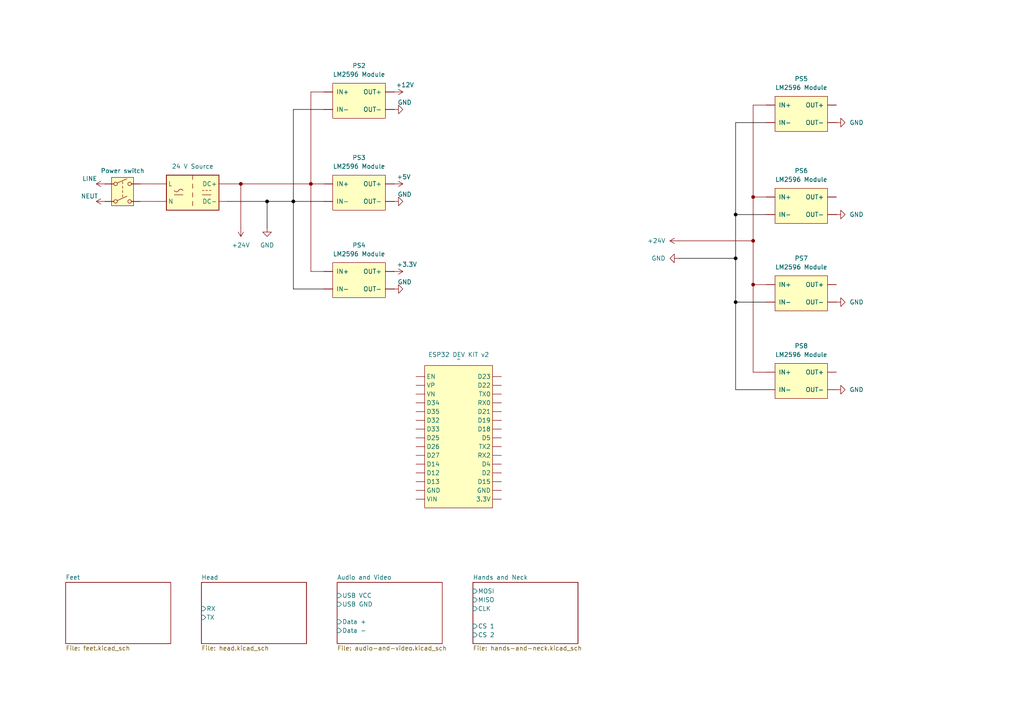
<source format=kicad_sch>
(kicad_sch (version 20231120) (generator "eeschema") (generator_version "8.0")
  (paper "A4")
  (title_block (title "Body"))
  (lib_symbols
    (symbol "Converter_ACDC:VTX-214-010-124" (pin_numbers hide)
      (property "Reference" "PS" (at 0 8.89 0))
      (property "Value" "VTX-214-010-124" (at 0 6.35 0))
      (symbol "VTX-214-010-124_0_1"
        (rectangle (start -7.62 5.08) (end 7.62 -5.08) (stroke (width 0.254)) (fill (type background)))
        (arc (start -5.334 0.635) (mid -4.699 0.2495) (end -4.064 0.635))
        (arc (start -2.794 0.635) (mid -3.429 1.0072) (end -4.064 0.635))
        (polyline (pts (xy -5.334 -0.635) (xy -2.794 -0.635)))
        (polyline (pts (xy 2.794 -0.635) (xy 5.334 -0.635)))
        (polyline (pts (xy 2.794 0.635) (xy 3.302 0.635)))
        (polyline (pts (xy 3.81 0.635) (xy 4.318 0.635)))
        (polyline (pts (xy 4.826 0.635) (xy 5.334 0.635)))
      )
      (symbol "VTX-214-010-124_1_1"
        (polyline (pts (xy 0 -2.54) (xy 0 -3.81)))
        (polyline (pts (xy 0 0) (xy 0 -1.27)))
        (polyline (pts (xy 0 2.54) (xy 0 1.27)))
        (polyline (pts (xy 0 5.08) (xy 0 3.81)))
        (pin power_in line (at -10.16 2.54 0) (length 2.54) (name "L") (number "1"))
        (pin power_in line (at -10.16 -2.54 0) (length 2.54) (name "N") (number "2"))
        (pin power_out line (at 10.16 2.54 180) (length 2.54) (name "DC+") (number "3"))
        (pin power_out line (at 10.16 -2.54 180) (length 2.54) (name "DC-") (number "4"))
      )
    )
    (symbol "LM2596_Module_1" (pin_numbers hide) (pin_names (offset 1.016))
      (property "Reference" "PS" (at -7.62 6.35 0))
      (property "Value" "LM2596_Module" (at -7.62 -6.35 0))
      (symbol "LM2596_Module_1_0_1"
        (rectangle (start -7.62 5.08) (end 7.62 -5.08) (fill (type background)))
      )
      (symbol "LM2596_Module_1_1_1"
        (pin power_in line (at -10.16 2.54 0) (length 2.54) (name "IN+") (number "1"))
        (pin power_in line (at -10.16 -2.54 0) (length 2.54) (name "IN-") (number "2"))
        (pin power_out line (at 10.16 2.54 180) (length 2.54) (name "OUT+") (number "3"))
        (pin power_out line (at 10.16 -2.54 180) (length 2.54) (name "OUT-") (number "4"))
      )
    )
    (symbol "LM2596_Module_2" (pin_numbers hide) (pin_names (offset 1.016))
      (property "Reference" "PS" (at -7.62 6.35 0))
      (property "Value" "LM2596_Module" (at -7.62 -6.35 0))
      (symbol "LM2596_Module_2_0_1"
        (rectangle (start -7.62 5.08) (end 7.62 -5.08) (fill (type background)))
      )
      (symbol "LM2596_Module_2_1_1"
        (pin power_in line (at -10.16 2.54 0) (length 2.54) (name "IN+") (number "1"))
        (pin power_in line (at -10.16 -2.54 0) (length 2.54) (name "IN-") (number "2"))
        (pin power_out line (at 10.16 2.54 180) (length 2.54) (name "OUT+") (number "3"))
        (pin power_out line (at 10.16 -2.54 180) (length 2.54) (name "OUT-") (number "4"))
      )
    )
    (symbol "MARCEL-custom:ESP32"
      (property "Reference" "ESP32 DEV KIT v1" (at -1.905 22.225 0))
      (symbol "ESP32_1_1"
        (rectangle (start -10.16 19.685) (end 9.525 -21.59) (fill (type background)))
        (pin input line (at 12.065 -19.05 180) (length 2.54) (name "3.3V") (number ""))
        (pin input line (at -12.7 -11.43 0) (length 2.54) (name "D12") (number ""))
        (pin input line (at -12.7 -13.97 0) (length 2.54) (name "D13") (number ""))
        (pin input line (at -12.7 -8.89 0) (length 2.54) (name "D14") (number ""))
        (pin input line (at 12.065 -13.97 180) (length 2.54) (name "D15") (number ""))
        (pin input line (at 12.065 1.27 180) (length 2.54) (name "D18") (number ""))
        (pin input line (at 12.065 3.81 180) (length 2.54) (name "D19") (number ""))
        (pin input line (at 12.065 -11.43 180) (length 2.54) (name "D2") (number ""))
        (pin input line (at 12.065 6.35 180) (length 2.54) (name "D21") (number ""))
        (pin input line (at 12.065 13.97 180) (length 2.54) (name "D22") (number ""))
        (pin input line (at 12.065 16.51 180) (length 2.54) (name "D23") (number ""))
        (pin input line (at -12.7 -1.27 0) (length 2.54) (name "D25") (number ""))
        (pin input line (at -12.7 -3.81 0) (length 2.54) (name "D26") (number ""))
        (pin input line (at -12.7 -6.35 0) (length 2.54) (name "D27") (number ""))
        (pin input line (at -12.7 3.81 0) (length 2.54) (name "D32") (number ""))
        (pin input line (at -12.7 1.27 0) (length 2.54) (name "D33") (number ""))
        (pin input line (at -12.7 8.89 0) (length 2.54) (name "D34") (number ""))
        (pin input line (at -12.7 6.35 0) (length 2.54) (name "D35") (number ""))
        (pin input line (at 12.065 -8.89 180) (length 2.54) (name "D4") (number ""))
        (pin input line (at 12.065 -1.27 180) (length 2.54) (name "D5") (number ""))
        (pin input line (at -12.7 16.51 0) (length 2.54) (name "EN") (number ""))
        (pin input line (at -12.7 -16.51 0) (length 2.54) (name "GND") (number ""))
        (pin input line (at 12.065 -16.51 180) (length 2.54) (name "GND") (number ""))
        (pin input line (at 12.065 8.89 180) (length 2.54) (name "RX0") (number ""))
        (pin input line (at 12.065 -6.35 180) (length 2.54) (name "RX2") (number ""))
        (pin input line (at 12.065 11.43 180) (length 2.54) (name "TX0") (number ""))
        (pin input line (at 12.065 -3.81 180) (length 2.54) (name "TX2") (number ""))
        (pin input line (at -12.7 -19.05 0) (length 2.54) (name "VIN") (number ""))
        (pin input line (at -12.7 11.43 0) (length 2.54) (name "VN") (number ""))
        (pin input line (at -12.7 13.97 0) (length 2.54) (name "VP") (number ""))
      )
    )
    (symbol "Switch:SW_DPST" (pin_numbers hide) (pin_names (offset 0) hide)
      (property "Reference" "SW" (at 0 6.35 0))
      (property "Value" "SW_DPST" (at 0 -5.08 0))
      (symbol "SW_DPST_0_0"
        (circle (center -2.032 -2.54) (radius 0.508))
        (circle (center -2.032 2.54) (radius 0.508))
        (polyline (pts (xy -1.524 -2.286) (xy 1.27 -1.016)))
        (polyline (pts (xy -1.524 2.794) (xy 1.27 4.064)))
        (polyline (pts (xy 0 -1.27) (xy 0 -0.635)))
        (polyline (pts (xy 0 0) (xy 0 0.635)))
        (polyline (pts (xy 0 1.27) (xy 0 1.905)))
        (polyline (pts (xy 0 2.54) (xy 0 3.175)))
        (circle (center 2.032 -2.54) (radius 0.508))
        (circle (center 2.032 2.54) (radius 0.508))
      )
      (symbol "SW_DPST_1_1"
        (rectangle (start -3.175 4.445) (end 3.175 -3.81) (fill (type background)))
        (pin passive line (at -5.08 -2.54 0) (length 2.54) (name "1") (number "1"))
        (pin passive line (at 5.08 -2.54 180) (length 2.54) (name "2") (number "2"))
        (pin passive line (at -5.08 2.54 0) (length 2.54) (name "3") (number "3"))
        (pin passive line (at 5.08 2.54 180) (length 2.54) (name "4") (number "4"))
      )
    )
    (symbol "gtrzps:LM2596_Module" (pin_numbers hide) (pin_names (offset 1.016))
      (property "Reference" "PS" (at -7.62 6.35 0))
      (property "Value" "LM2596_Module" (at -7.62 -6.35 0))
      (symbol "LM2596_Module_0_1"
        (rectangle (start -7.62 5.08) (end 7.62 -5.08) (fill (type background)))
      )
      (symbol "LM2596_Module_1_1"
        (pin power_in line (at -10.16 2.54 0) (length 2.54) (name "IN+") (number "1"))
        (pin power_in line (at -10.16 -2.54 0) (length 2.54) (name "IN-") (number "2"))
        (pin power_out line (at 10.16 2.54 180) (length 2.54) (name "OUT+") (number "3"))
        (pin power_out line (at 10.16 -2.54 180) (length 2.54) (name "OUT-") (number "4"))
      )
    )
    (symbol "power:+12V" (power) (pin_numbers hide) (pin_names (offset 0) hide)
      (property "Value" "+12V" (at 0 3.556 0))
      (symbol "+12V_0_1"
        (polyline (pts (xy -0.762 1.27) (xy 0 2.54)))
        (polyline (pts (xy 0 0) (xy 0 2.54)))
        (polyline (pts (xy 0 2.54) (xy 0.762 1.27)))
      )
      (symbol "+12V_1_1"
        (pin power_in line (at 0 0 90) (length 0) (name "~") (number "1"))
      )
    )
    (symbol "power:+24V" (power) (pin_numbers hide) (pin_names (offset 0) hide)
      (property "Value" "+24V" (at 0 3.556 0))
      (symbol "+24V_0_1"
        (polyline (pts (xy -0.762 1.27) (xy 0 2.54)))
        (polyline (pts (xy 0 0) (xy 0 2.54)))
        (polyline (pts (xy 0 2.54) (xy 0.762 1.27)))
      )
      (symbol "+24V_1_1"
        (pin power_in line (at 0 0 90) (length 0) (name "~") (number "1"))
      )
    )
    (symbol "power:+3.3V" (power) (pin_numbers hide) (pin_names (offset 0) hide)
      (property "Value" "+3.3V" (at 0 3.556 0))
      (symbol "+3.3V_0_1"
        (polyline (pts (xy -0.762 1.27) (xy 0 2.54)))
        (polyline (pts (xy 0 0) (xy 0 2.54)))
        (polyline (pts (xy 0 2.54) (xy 0.762 1.27)))
      )
      (symbol "+3.3V_1_1"
        (pin power_in line (at 0 0 90) (length 0) (name "~") (number "1"))
      )
    )
    (symbol "power:+5V" (power) (pin_numbers hide) (pin_names (offset 0) hide)
      (property "Value" "+5V" (at 0 3.556 0))
      (symbol "+5V_0_1"
        (polyline (pts (xy -0.762 1.27) (xy 0 2.54)))
        (polyline (pts (xy 0 0) (xy 0 2.54)))
        (polyline (pts (xy 0 2.54) (xy 0.762 1.27)))
      )
      (symbol "+5V_1_1"
        (pin power_in line (at 0 0 90) (length 0) (name "~") (number "1"))
      )
    )
    (symbol "power:GND" (power) (pin_numbers hide) (pin_names (offset 0) hide)
      (property "Value" "GND" (at 0 -3.81 0))
      (symbol "GND_0_1"
        (polyline (pts (xy 0 0) (xy 0 -1.27) (xy 1.27 -1.27) (xy 0 -2.54) (xy -1.27 -1.27) (xy 0 -1.27)))
      )
      (symbol "GND_1_1"
        (pin power_in line (at 0 0 270) (length 0) (name "~") (number "1"))
      )
    )
    (symbol "power:LINE" (power) (pin_numbers hide) (pin_names (offset 0) hide)
      (property "Value" "LINE" (at 0 3.556 0))
      (symbol "LINE_0_1"
        (polyline (pts (xy -0.762 1.27) (xy 0 2.54)))
        (polyline (pts (xy 0 0) (xy 0 2.54)))
        (polyline (pts (xy 0 2.54) (xy 0.762 1.27)))
      )
      (symbol "LINE_1_1"
        (pin power_in line (at 0 0 90) (length 0) (name "~") (number "1"))
      )
    )
    (symbol "power:NEUT" (power) (pin_numbers hide) (pin_names (offset 0) hide)
      (property "Value" "NEUT" (at 0 3.556 0))
      (symbol "NEUT_0_1"
        (polyline (pts (xy -0.762 1.27) (xy 0 2.54)))
        (polyline (pts (xy 0 0) (xy 0 2.54)))
        (polyline (pts (xy 0 2.54) (xy 0.762 1.27)))
      )
      (symbol "NEUT_1_1"
        (pin power_in line (at 0 0 90) (length 0) (name "~") (number "1"))
      )
    )
  )
  (junction (at 218.44 69.85) (color 132 0 0 1))
  (junction (at 213.36 87.63) (color 0 0 0 1))
  (junction (at 77.47 58.42) (color 0 0 0 1))
  (junction (at 90.17 53.34) (color 132 0 0 1))
  (junction (at 213.36 62.23) (color 0 0 0 1))
  (junction (at 213.36 74.93) (color 0 0 0 1))
  (junction (at 69.85 53.34) (color 132 0 0 1))
  (junction (at 85.09 58.42) (color 0 0 0 1))
  (junction (at 218.44 57.15) (color 132 0 0 1))
  (junction (at 218.44 82.55) (color 132 0 0 1))
  (wire (pts (xy 222.25 87.63) (xy 213.36 87.63)) (stroke (width 0) (color 0 0 0 1)))
  (wire (pts (xy 77.47 58.42) (xy 85.09 58.42)) (stroke (width 0) (color 0 0 0 1)))
  (wire (pts (xy 66.04 58.42) (xy 77.47 58.42)) (stroke (width 0) (color 0 0 0 1)))
  (wire (pts (xy 218.44 107.95) (xy 218.44 82.55)) (stroke (width 0) (color 132 0 0 1)))
  (wire (pts (xy 213.36 35.56) (xy 213.36 62.23)) (stroke (width 0) (color 0 0 0 1)))
  (wire (pts (xy 93.98 83.82) (xy 85.09 83.82)) (stroke (width 0) (color 0 0 0 1)))
  (wire (pts (xy 45.72 53.34) (xy 40.64 53.34)) (stroke (width 0) (color 132 0 0 1)))
  (wire (pts (xy 69.85 53.34) (xy 90.17 53.34)) (stroke (width 0) (color 132 0 0 1)))
  (wire (pts (xy 213.36 87.63) (xy 213.36 74.93)) (stroke (width 0) (color 0 0 0 1)))
  (wire (pts (xy 85.09 58.42) (xy 93.98 58.42)) (stroke (width 0) (color 0 0 0 1)))
  (wire (pts (xy 85.09 83.82) (xy 85.09 58.42)) (stroke (width 0) (color 0 0 0 1)))
  (wire (pts (xy 93.98 26.67) (xy 90.17 26.67)) (stroke (width 0) (color 132 0 0 1)))
  (wire (pts (xy 69.85 53.34) (xy 69.85 66.04)) (stroke (width 0) (color 132 0 0 1)))
  (wire (pts (xy 222.25 30.48) (xy 218.44 30.48)) (stroke (width 0) (color 132 0 0 1)))
  (wire (pts (xy 222.25 107.95) (xy 218.44 107.95)) (stroke (width 0) (color 132 0 0 1)))
  (wire (pts (xy 213.36 113.03) (xy 213.36 87.63)) (stroke (width 0) (color 0 0 0 1)))
  (wire (pts (xy 218.44 57.15) (xy 218.44 69.85)) (stroke (width 0) (color 132 0 0 1)))
  (wire (pts (xy 85.09 31.75) (xy 85.09 58.42)) (stroke (width 0) (color 0 0 0 1)))
  (wire (pts (xy 222.25 113.03) (xy 213.36 113.03)) (stroke (width 0) (color 0 0 0 1)))
  (wire (pts (xy 218.44 57.15) (xy 222.25 57.15)) (stroke (width 0) (color 132 0 0 1)))
  (wire (pts (xy 77.47 58.42) (xy 77.47 66.04)) (stroke (width 0) (color 0 0 0 1)))
  (wire (pts (xy 218.44 82.55) (xy 218.44 69.85)) (stroke (width 0) (color 132 0 0 1)))
  (wire (pts (xy 222.25 35.56) (xy 213.36 35.56)) (stroke (width 0) (color 0 0 0 1)))
  (wire (pts (xy 213.36 74.93) (xy 196.85 74.93)) (stroke (width 0) (color 0 0 0 1)))
  (wire (pts (xy 222.25 82.55) (xy 218.44 82.55)) (stroke (width 0) (color 132 0 0 1)))
  (wire (pts (xy 218.44 69.85) (xy 196.85 69.85)) (stroke (width 0) (color 132 0 0 1)))
  (wire (pts (xy 213.36 62.23) (xy 213.36 74.93)) (stroke (width 0) (color 0 0 0 1)))
  (wire (pts (xy 218.44 30.48) (xy 218.44 57.15)) (stroke (width 0) (color 132 0 0 1)))
  (wire (pts (xy 213.36 62.23) (xy 222.25 62.23)) (stroke (width 0) (color 0 0 0 1)))
  (wire (pts (xy 93.98 31.75) (xy 85.09 31.75)) (stroke (width 0) (color 0 0 0 1)))
  (wire (pts (xy 90.17 53.34) (xy 93.98 53.34)) (stroke (width 0) (color 132 0 0 1)))
  (wire (pts (xy 90.17 78.74) (xy 90.17 53.34)) (stroke (width 0) (color 132 0 0 1)))
  (wire (pts (xy 45.72 58.42) (xy 40.64 58.42)) (stroke (width 0) (color 132 0 0 1)))
  (wire (pts (xy 66.04 53.34) (xy 69.85 53.34)) (stroke (width 0) (color 132 0 0 1)))
  (wire (pts (xy 90.17 26.67) (xy 90.17 53.34)) (stroke (width 0) (color 132 0 0 1)))
  (wire (pts (xy 93.98 78.74) (xy 90.17 78.74)) (stroke (width 0) (color 132 0 0 1)))
  (symbol (lib_id "power:+12V") (at 114.3 26.67 270) (unit 1)
    (property "Reference" "#PWR01" (effects (hide yes)))
    (property "Value" "+12V" (at 114.808 24.638 90) (effects (justify left)))
    (property "Description" "Power symbol creates a global label with name \"+12V\"" (effects (hide yes)))
  )
  (symbol (lib_name "LM2596_Module_1") (lib_id "gtrzps:LM2596_Module") (at 104.14 29.21 0) (unit 1)
    (property "Reference" "PS2" (at 104.14 19.05 0))
    (property "Value" "LM2596 Module" (at 104.14 21.59 0))
    (property "Description" "Adjustable DC-DC switching voltage converter module" (effects (hide yes)))
  )
  (symbol (lib_id "power:GND") (at 196.85 74.93 270) (unit 1)
    (property "Reference" "#PWR016" (effects (hide yes)))
    (property "Value" "GND" (at 193.04 74.9299 90) (effects (justify right)))
    (property "Description" "Power symbol creates a global label with name \"GND\" , ground" (effects (hide yes)))
  )
  (symbol (lib_id "power:GND") (at 114.3 83.82 90) (unit 1)
    (property "Reference" "#PWR08" (effects (hide yes)))
    (property "Value" "GND" (at 115.316 81.788 90) (effects (justify right)))
    (property "Description" "Power symbol creates a global label with name \"GND\" , ground" (effects (hide yes)))
  )
  (symbol (lib_id "power:GND") (at 242.57 35.56 90) (unit 1)
    (property "Reference" "#PWR017" (effects (hide yes)))
    (property "Value" "GND" (at 246.38 35.5599 90) (effects (justify right)))
    (property "Description" "Power symbol creates a global label with name \"GND\" , ground" (effects (hide yes)))
  )
  (symbol (lib_id "gtrzps:LM2596_Module") (at 232.41 85.09 0) (unit 1)
    (property "Reference" "PS7" (at 232.41 74.93 0))
    (property "Value" "LM2596 Module" (at 232.41 77.47 0))
    (property "Description" "Adjustable DC-DC switching voltage converter module" (effects (hide yes)))
  )
  (symbol (lib_name "LM2596_Module_2") (lib_id "gtrzps:LM2596_Module") (at 232.41 59.69 0) (unit 1)
    (property "Reference" "PS6" (at 232.41 49.53 0))
    (property "Value" "LM2596 Module" (at 232.41 52.07 0))
    (property "Description" "Adjustable DC-DC switching voltage converter module" (effects (hide yes)))
  )
  (symbol (lib_id "power:+24V") (at 196.85 69.85 90) (unit 1)
    (property "Reference" "#PWR015" (effects (hide yes)))
    (property "Value" "+24V" (at 193.04 69.8499 90) (effects (justify left)))
    (property "Description" "Power symbol creates a global label with name \"+24V\"" (effects (hide yes)))
  )
  (symbol (lib_id "power:GND") (at 242.57 113.03 90) (unit 1)
    (property "Reference" "#PWR020" (effects (hide yes)))
    (property "Value" "GND" (at 246.38 113.0299 90) (effects (justify right)))
    (property "Description" "Power symbol creates a global label with name \"GND\" , ground" (effects (hide yes)))
  )
  (symbol (lib_id "power:LINE") (at 30.48 53.34 90) (unit 1)
    (property "Reference" "#PWR04" (effects (hide yes)))
    (property "Value" "LINE" (at 28.194 51.816 90) (effects (justify left)))
    (property "Description" "Power symbol creates a global label with name \"LINE\"" (effects (hide yes)))
  )
  (symbol (lib_id "power:+3.3V") (at 114.3 78.74 270) (unit 1)
    (property "Reference" "#PWR05" (effects (hide yes)))
    (property "Value" "+3.3V" (at 115.062 76.708 90) (effects (justify left)))
    (property "Description" "Power symbol creates a global label with name \"+3.3V\"" (effects (hide yes)))
  )
  (symbol (lib_name "LM2596_Module_2") (lib_id "gtrzps:LM2596_Module") (at 104.14 55.88 0) (unit 1)
    (property "Reference" "PS3" (at 104.14 45.72 0))
    (property "Value" "LM2596 Module" (at 104.14 48.26 0))
    (property "Description" "Adjustable DC-DC switching voltage converter module" (effects (hide yes)))
  )
  (symbol (lib_id "Converter_ACDC:VTX-214-010-124") (at 55.88 55.88 0) (unit 1)
    (property "Reference" "PS1" (effects (hide yes)))
    (property "Value" "24 V Source" (at 55.88 48.26 0))
    (property "Footprint" "Converter_ACDC:Converter_ACDC_Vigortronix_VTX-214-010-xxx_THT" (effects (hide yes)))
    (property "Datasheet" "http://www.vigortronix.com/10WattACDCPCBPowerModule.aspx" (effects (hide yes)))
    (property "Description" "24V Vigortronix 10W ACDC Converters" (effects (hide yes)))
  )
  (symbol (lib_id "gtrzps:LM2596_Module") (at 232.41 110.49 0) (unit 1)
    (property "Reference" "PS8" (at 232.41 100.33 0))
    (property "Value" "LM2596 Module" (at 232.41 102.87 0))
    (property "Description" "Adjustable DC-DC switching voltage converter module" (effects (hide yes)))
  )
  (symbol (lib_id "power:GND") (at 77.47 66.04 0) (unit 1)
    (property "Reference" "#PWR010" (effects (hide yes)))
    (property "Value" "GND" (at 77.47 71.12 0))
    (property "Description" "Power symbol creates a global label with name \"GND\" , ground" (effects (hide yes)))
  )
  (symbol (lib_id "Switch:SW_DPST") (at 35.56 55.88 0) (unit 1)
    (property "Reference" "SW1" (effects (hide yes)))
    (property "Value" "Power switch" (at 35.56 49.53 0))
    (property "Description" "Double Pole Single Throw (DPST) Switch" (effects (hide yes)))
  )
  (symbol (lib_id "power:+24V") (at 69.85 66.04 180) (unit 1)
    (property "Reference" "#PWR09" (effects (hide yes)))
    (property "Value" "+24V" (at 69.85 71.12 0))
    (property "Description" "Power symbol creates a global label with name \"+24V\"" (effects (hide yes)))
  )
  (symbol (lib_id "power:GND") (at 114.3 31.75 90) (unit 1)
    (property "Reference" "#PWR06" (effects (hide yes)))
    (property "Value" "GND" (at 115.316 29.718 90) (effects (justify right)))
    (property "Description" "Power symbol creates a global label with name \"GND\" , ground" (effects (hide yes)))
  )
  (symbol (lib_id "power:NEUT") (at 30.48 58.42 90) (unit 1)
    (property "Reference" "#PWR03" (effects (hide yes)))
    (property "Value" "NEUT" (at 28.448 56.896 90) (effects (justify left)))
    (property "Description" "Power symbol creates a global label with name \"NEUT\"" (effects (hide yes)))
  )
  (symbol (lib_id "power:+5V") (at 114.3 53.34 270) (unit 1)
    (property "Reference" "#PWR02" (effects (hide yes)))
    (property "Value" "+5V" (at 115.062 51.308 90) (effects (justify left)))
    (property "Description" "Power symbol creates a global label with name \"+5V\"" (effects (hide yes)))
  )
  (symbol (lib_id "power:GND") (at 242.57 87.63 90) (unit 1)
    (property "Reference" "#PWR019" (effects (hide yes)))
    (property "Value" "GND" (at 246.38 87.6299 90) (effects (justify right)))
    (property "Description" "Power symbol creates a global label with name \"GND\" , ground" (effects (hide yes)))
  )
  (symbol (lib_id "MARCEL-custom:ESP32") (at 133.35 125.73 0) (unit 1)
    (property "Reference" "ESP32 DEV KIT v2" (at 133.0325 102.87 0))
    (property "Value" "~" (at 133.0325 104.14 0))
  )
  (symbol (lib_id "power:GND") (at 242.57 62.23 90) (unit 1)
    (property "Reference" "#PWR018" (effects (hide yes)))
    (property "Value" "GND" (at 246.38 62.2299 90) (effects (justify right)))
    (property "Description" "Power symbol creates a global label with name \"GND\" , ground" (effects (hide yes)))
  )
  (symbol (lib_id "gtrzps:LM2596_Module") (at 104.14 81.28 0) (unit 1)
    (property "Reference" "PS4" (at 104.14 71.12 0))
    (property "Value" "LM2596 Module" (at 104.14 73.66 0))
    (property "Description" "Adjustable DC-DC switching voltage converter module" (effects (hide yes)))
  )
  (symbol (lib_id "power:GND") (at 114.3 58.42 90) (unit 1)
    (property "Reference" "#PWR07" (effects (hide yes)))
    (property "Value" "GND" (at 115.316 56.388 90) (effects (justify right)))
    (property "Description" "Power symbol creates a global label with name \"GND\" , ground" (effects (hide yes)))
  )
  (symbol (lib_name "LM2596_Module_1") (lib_id "gtrzps:LM2596_Module") (at 232.41 33.02 0) (unit 1)
    (property "Reference" "PS5" (at 232.41 22.86 0))
    (property "Value" "LM2596 Module" (at 232.41 25.4 0))
    (property "Description" "Adjustable DC-DC switching voltage converter module" (effects (hide yes)))
  )
  (sheet (at 137.16 168.91) (size 30.48 17.78) (stroke (width 0.1524))
    (property "Sheetname" "Hands and Neck" (at 137.16 168.1984 0) (effects (justify left bottom)))
    (property "Sheetfile" "hands-and-neck.kicad_sch" (at 137.16 187.2746 0) (effects (justify left top)))
    (pin "MOSI" input (at 137.16 171.45 180))
    (pin "CLK" input (at 137.16 176.53 180))
    (pin "CS 1" input (at 137.16 181.61 180))
    (pin "CS 2" input (at 137.16 184.15 180))
    (pin "MISO" input (at 137.16 173.99 180))
  )
  (sheet (at 97.79 168.91) (size 30.48 17.78) (stroke (width 0.1524))
    (property "Sheetname" "Audio and Video" (at 97.79 168.1984 0) (effects (justify left bottom)))
    (property "Sheetfile" "audio-and-video.kicad_sch" (at 97.79 187.2746 0) (effects (justify left top)))
    (pin "USB VCC" input (at 97.79 172.72 180))
    (pin "USB GND" input (at 97.79 175.26 180))
    (pin "Data +" input (at 97.79 180.34 180))
    (pin "Data -" input (at 97.79 182.88 180))
  )
  (sheet (at 58.42 168.91) (size 30.48 17.78) (stroke (width 0.1524))
    (property "Sheetname" "Head" (at 58.42 168.1984 0) (effects (justify left bottom)))
    (property "Sheetfile" "head.kicad_sch" (at 58.42 187.2746 0) (effects (justify left top)))
    (pin "RX" input (at 58.42 176.53 180))
    (pin "TX" input (at 58.42 179.07 180))
  )
  (sheet (at 19.05 168.91) (size 30.48 17.78) (stroke (width 0.1524))
    (property "Sheetname" "Feet" (at 19.05 168.1984 0) (effects (justify left bottom)))
    (property "Sheetfile" "feet.kicad_sch" (at 19.05 187.2746 0) (effects (justify left top)))
  )
)
</source>
